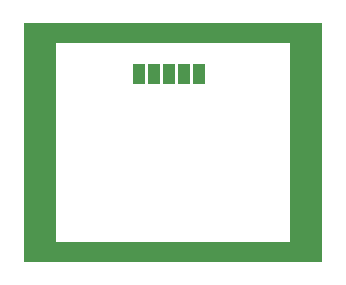
<source format=gbr>
%FSLAX34Y34*%
%MOMM*%
%LNSOLDERMASK_BOTTOM*%
G71*
G01*
%ADD10R,1.000X1.800*%
%ADD11C,2.700*%
%ADD12C,1.700*%
%LPD*%
X100806Y953962D02*
G54D10*
D03*
X113506Y953962D02*
G54D10*
D03*
X126206Y953962D02*
G54D10*
D03*
X138906Y953962D02*
G54D10*
D03*
X151606Y953962D02*
G54D10*
D03*
G54D11*
X17209Y983526D02*
X17267Y915091D01*
G36*
X30709Y983538D02*
X3709Y983515D01*
X3698Y997015D01*
X30697Y997038D01*
X30709Y983538D01*
G37*
G36*
X3767Y915080D02*
X30767Y915102D01*
X30778Y901602D01*
X3778Y901580D01*
X3767Y915080D01*
G37*
G54D11*
X242649Y983536D02*
X242644Y915118D01*
G36*
X256149Y983535D02*
X229149Y983537D01*
X229150Y997037D01*
X256150Y997035D01*
X256149Y983535D01*
G37*
G36*
X229144Y915119D02*
X256144Y915116D01*
X256143Y901616D01*
X229143Y901619D01*
X229144Y915119D01*
G37*
G54D11*
X242665Y906463D02*
X242381Y808422D01*
G36*
X256165Y906424D02*
X229165Y906502D01*
X229204Y920002D01*
X256204Y919924D01*
X256165Y906424D01*
G37*
G36*
X228881Y808461D02*
X255881Y808382D01*
X255841Y794883D01*
X228842Y794961D01*
X228881Y808461D01*
G37*
G54D11*
X17267Y915091D02*
X17299Y807961D01*
G36*
X30767Y915095D02*
X3767Y915087D01*
X3763Y928587D01*
X30763Y928595D01*
X30767Y915095D01*
G37*
G36*
X3799Y807957D02*
X30799Y807965D01*
X30803Y794465D01*
X3803Y794457D01*
X3799Y807957D01*
G37*
G54D12*
X19050Y803275D02*
X239712Y803275D01*
G54D12*
X17224Y988536D02*
X237887Y988536D01*
M02*

</source>
